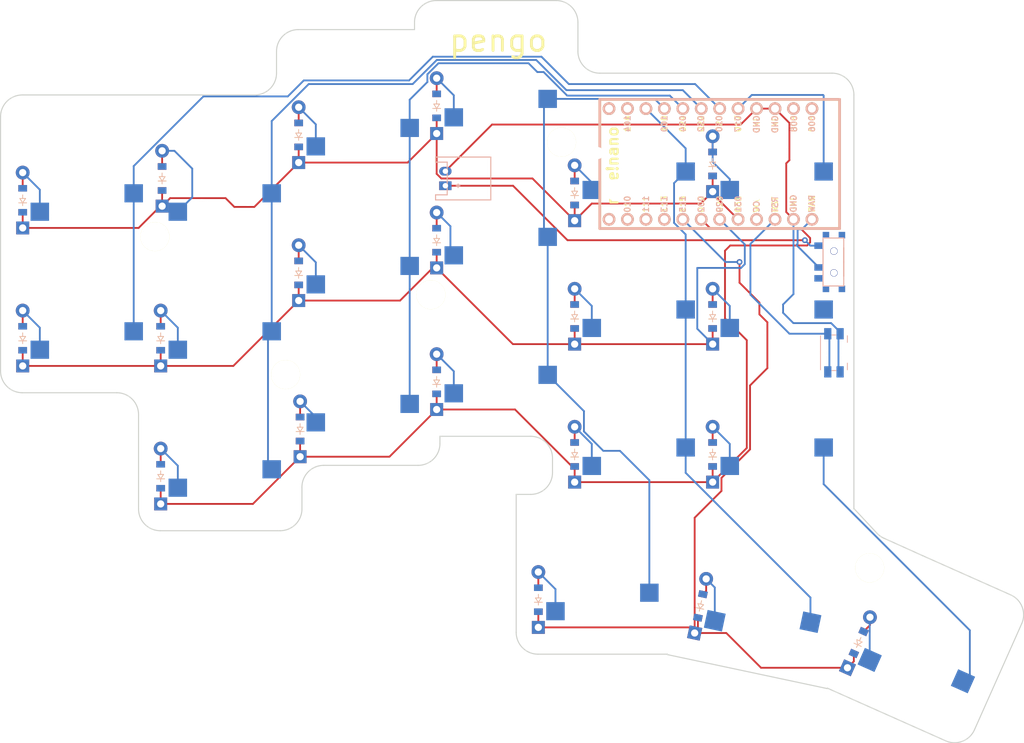
<source format=kicad_pcb>
(kicad_pcb (version 20240108) (generator "pcbnew") (generator_version "8.0")
  (title_block (title "left") (rev "v1.0.0") (company "Unknown"))
  (layers (0 "F.Cu" signal) (31 "B.Cu" signal) (34 "B.Paste" user) (35 "F.Paste" user) (36 "B.SilkS" user "B.Silkscreen") (37 "F.SilkS" user "F.Silkscreen") (38 "B.Mask" user) (39 "F.Mask" user) (44 "Edge.Cuts" user))
  (net 0 "")
  (net 1 "P020")
  (net 2 "outer_home")
  (net 3 "outer_top")
  (net 4 "P022")
  (net 5 "pinky_bottom")
  (net 6 "pinky_home")
  (net 7 "pinky_top")
  (net 8 "P024")
  (net 9 "ring_bottom")
  (net 10 "ring_home")
  (net 11 "ring_top")
  (net 12 "P100")
  (net 13 "middle_bottom")
  (net 14 "middle_home")
  (net 15 "middle_top")
  (net 16 "P011")
  (net 17 "index_bottom")
  (net 18 "index_home")
  (net 19 "index_top")
  (net 20 "P017")
  (net 21 "inner_bottom")
  (net 22 "inner_home")
  (net 23 "inner_top")
  (net 24 "near_thumb")
  (net 25 "home_thumb")
  (net 26 "far_thumb")
  (net 27 "RAW")
  (net 28 "GND")
  (net 29 "RST")
  (net 30 "VCC")
  (net 31 "P031")
  (net 32 "P029")
  (net 33 "P002")
  (net 34 "P115")
  (net 35 "P113")
  (net 36 "P111")
  (net 37 "P010")
  (net 38 "P009")
  (net 39 "P006")
  (net 40 "P008")
  (net 41 "P104")
  (net 42 "P106")
  (net 43 "pos")
  (footprint "E73:SPDT_C128955" (layer "F.Cu") (at 103.5 -26 -90)
    (property "Reference" "T1" (hide yes))
    (property "Value" "" (hide yes))
  )
  (footprint "HOLE_M2_TH" (layer "F.Cu") (at 28 -10.5)
    (property "Reference" "")
    (property "Value" "")
  )
  (footprint "MX" (layer "F.Cu") (at 19 0 180)
    (property "Reference" "S3" (hide yes))
    (property "Value" "" (hide yes))
  )
  (footprint "MX" (layer "F.Cu") (at 71 17 180)
    (property "Reference" "S18" (hide yes))
    (property "Value" "" (hide yes))
  )
  (footprint "MX" (layer "F.Cu") (at 38 -47 180)
    (property "Reference" "S8" (hide yes))
    (property "Value" "" (hide yes))
  )
  (footprint "nice_nano" (layer "F.Cu") (at 86.5 -39.5 180)
    (property "Reference" "MCU1" (hide yes))
    (property "Value" "nice_nano" (hide yes))
  )
  (footprint "ComboDiode" (layer "F.Cu") (at 86.8 -39.5 90)
    (property "Reference" "D20" (hide yes))
    (property "Value" "" (hide yes))
  )
  (footprint "HOLE_M2_TH" (layer "F.Cu") (at 108.420568 16.115865 -24)
    (property "Reference" "")
    (property "Value" "")
  )
  (footprint "ComboDiode" (layer "F.Cu") (at 67.8 -18.5 90)
    (property "Reference" "D10" (hide yes))
    (property "Value" "" (hide yes))
  )
  (footprint "MX" (layer "F.Cu") (at 38 -28 180)
    (property "Reference" "S7" (hide yes))
    (property "Value" "" (hide yes))
  )
  (footprint "MX" (layer "F.Cu") (at 0 -38 180)
    (property "Reference" "S2" (hide yes))
    (property "Value" "" (hide yes))
  )
  (footprint "ComboDiode" (layer "F.Cu") (at 85.115938 21.358275 78)
    (property "Reference" "D14" (hide yes))
    (property "Value" "" (hide yes))
  )
  (footprint "MX" (layer "F.Cu") (at 95 -22 180)
    (property "Reference" "S16" (hide yes))
    (property "Value" "" (hide yes))
  )
  (footprint "MX" (layer "F.Cu") (at 19 -19 180)
    (property "Reference" "S4" (hide yes))
    (property "Value" "" (hide yes))
  )
  (footprint "ComboDiode" (layer "F.Cu") (at 86.8 -18.5 90)
    (property "Reference" "D12" (hide yes))
    (property "Value" "" (hide yes))
  )
  (footprint "HOLE_M2_TH" (layer "F.Cu") (at 10 -29.5)
    (property "Reference" "")
    (property "Value" "")
  )
  (footprint "Panasonic_EVQPUL_EVQPUC" (layer "F.Cu") (at 103.5 -13.5 -90)
    (property "Reference" "B1" (hide yes))
    (property "Value" "Panasonic_EVQPUL_EVQPUC" (hide yes))
  )
  (footprint "ComboDiode" (layer "F.Cu") (at 10.8 -15.5 90)
    (property "Reference" "D4" (hide yes))
    (property "Value" "" (hide yes))
  )
  (footprint "ComboDiode" (layer "F.Cu") (at 106.911129 26.390182 66)
    (property "Reference" "D15" (hide yes))
    (property "Value" "" (hide yes))
  )
  (footprint "MX" (layer "F.Cu") (at 76 -3 180)
    (property "Reference" "S12" (hide yes))
    (property "Value" "" (hide yes))
  )
  (footprint "ComboDiode" (layer "F.Cu") (at 48.8 -9.5 90)
    (property "Reference" "D7" (hide yes))
    (property "Value" "" (hide yes))
  )
  (footprint "JST_PH_S2B-PH-K_02x2.00mm_Angled" (layer "F.Cu") (at 50 -37.5 90)
    (property "Reference" "JST1" (hide yes))
    (property "Value" "" (hide yes))
  )
  (footprint "ComboDiode" (layer "F.Cu") (at -8.2 -34.5 90)
    (property "Reference" "D2" (hide yes))
    (property "Value" "" (hide yes))
  )
  (footprint "ComboDiode" (layer "F.Cu") (at 48.8 -47.5 90)
    (property "Reference" "D8" (hide yes))
    (property "Value" "" (hide yes))
  )
  (footprint "ComboDiode" (layer "F.Cu") (at 30 -3 90)
    (property "Reference" "D17" (hide yes))
    (property "Value" "" (hide yes))
  )
  (footprint "MX" (layer "F.Cu") (at 115.82578 26.528014 156)
    (property "Reference" "S20" (hide yes))
    (property "Value" "" (hide yes))
  )
  (footprint "MX" (layer "F.Cu") (at 57 -51 180)
    (property "Reference" "S11" (hide yes))
    (property "Value" "" (hide yes))
  )
  (footprint "ComboDiode" (layer "F.Cu") (at 11 -37.5 90)
    (property "Reference" "D16" (hide yes))
    (property "Value" "" (hide yes))
  )
  (footprint "MX" (layer "F.Cu") (at 57 -32 180)
    (property "Reference" "S10" (hide yes))
    (property "Value" "" (hide yes))
  )
  (footprint "ComboDiode" (layer "F.Cu") (at 62.8 20.5 90)
    (property "Reference" "D13" (hide yes))
    (property "Value" "" (hide yes))
  )
  (footprint "HOLE_M2_TH" (layer "F.Cu") (at 66 -42.5)
    (property "Reference" "")
    (property "Value" "")
  )
  (footprint "ComboDiode" (layer "F.Cu") (at 29.8 -43.5 90)
    (property "Reference" "D6" (hide yes))
    (property "Value" "" (hide yes))
  )
  (footprint "MX" (layer "F.Cu") (at 95 -3 180)
    (property "Reference" "S15" (hide yes))
    (property "Value" "" (hide yes))
  )
  (footprint "ComboDiode" (layer "F.Cu") (at -8.2 -15.5 90)
    (property "Reference" "D1" (hide yes))
    (property "Value" "" (hide yes))
  )
  (footprint "MX" (layer "F.Cu") (at 38 -9 180)
    (property "Reference" "S6" (hide yes))
    (property "Value" "" (hide yes))
  )
  (footprint "MX" (layer "F.Cu") (at 76 -41 180)
    (property "Reference" "S14" (hide yes))
    (property "Value" "" (hide yes))
  )
  (footprint "ComboDiode" (layer "F.Cu") (at 67.8 0.5 90)
    (property "Reference" "D9" (hide yes))
    (property "Value" "" (hide yes))
  )
  (footprint "ComboDiode" (layer "F.Cu") (at 10.8 3.5 90)
    (property "Reference" "D3" (hide yes))
    (property "Value" "" (hide yes))
  )
  (footprint "MX" (layer "F.Cu") (at 95 -41 180)
    (property "Reference" "S17" (hide yes))
    (property "Value" "" (hide yes))
  )
  (footprint "MX" (layer "F.Cu") (at 93.86444 19.639634 168)
    (property "Reference" "S19" (hide yes))
    (property "Value" "" (hide yes))
  )
  (footprint "MX" (layer "F.Cu") (at 76 -22 180)
    (property "Reference" "S13" (hide yes))
    (property "Value" "" (hide yes))
  )
  (footprint "ComboDiode" (layer "F.Cu") (at 67.8 -35.5 90)
    (property "Reference" "D19" (hide yes))
    (property "Value" "" (hide yes))
  )
  (footprint "HOLE_M2_TH" (layer "F.Cu") (at 48 -21.5)
    (property "Reference" "")
    (property "Value" "")
  )
  (footprint "ComboDiode" (layer "F.Cu") (at 29.8 -24.5 90)
    (property "Reference" "D5" (hide yes))
    (property "Value" "" (hide yes))
  )
  (footprint "MX" (layer "F.Cu") (at 19 -38 180)
    (property "Reference" "S5" (hide yes))
    (property "Value" "" (hide yes))
  )
  (footprint "MX" (layer "F.Cu") (at 57 -13 180)
    (property "Reference" "S9" (hide yes))
    (property "Value" "" (hide yes))
  )
  (footprint "MX" (layer "F.Cu") (at 0 -19 180)
    (property "Reference" "S1" (hide yes))
    (property "Value" "" (hide yes))
  )
  (footprint "ComboDiode" (layer "F.Cu") (at 86.8 0.5 90)
    (property "Reference" "D11" (hide yes))
    (property "Value" "" (hide yes))
  )
  (footprint "ComboDiode" (layer "F.Cu") (at 48.8 -29 90)
    (property "Reference" "D18" (hide yes))
    (property "Value" "" (hide yes))
  )
  (gr_line (start 64.75 1) (end 64.75 3) (stroke (width 0.15)) (layer "Edge.Cuts"))
  (gr_arc (start 62.75 28) (mid 60.62868 27.12132) (end 59.75 25) (stroke (width 0.15)) (layer "Edge.Cuts"))
  (gr_arc (start 122.849273 38.412165) (mid 121.183741 39.992696) (end 118.888427 39.932591) (stroke (width 0.15)) (layer "Edge.Cuts"))
  (gr_line (start 10.75 11) (end 27.25 11) (stroke (width 0.15)) (layer "Edge.Cuts"))
  (gr_arc (start 26.75 -55) (mid 27.62868 -57.12132) (end 29.75 -58) (stroke (width 0.15)) (layer "Edge.Cuts"))
  (gr_line (start 106.25 7.986436) (end 106.25 -49) (stroke (width 0.15)) (layer "Edge.Cuts"))
  (gr_line (start 80.57325 28.060251) (end 102.581571 32.738264) (stroke (width 0.15)) (layer "Edge.Cuts"))
  (gr_line (start 7.75 -5) (end 7.75 8) (stroke (width 0.15)) (layer "Edge.Cuts"))
  (gr_arc (start 65.25 -62) (mid 67.37132 -61.12132) (end 68.25 -59) (stroke (width 0.15)) (layer "Edge.Cuts"))
  (gr_line (start 45.75 -58) (end 29.75 -58) (stroke (width 0.15)) (layer "Edge.Cuts"))
  (gr_line (start 59.75 6) (end 59.75 25) (stroke (width 0.15)) (layer "Edge.Cuts"))
  (gr_arc (start 64.75 3) (mid 63.87132 5.12132) (end 61.75 6) (stroke (width 0.15)) (layer "Edge.Cuts"))
  (gr_line (start 65.25 -62) (end 48.75 -62) (stroke (width 0.15)) (layer "Edge.Cuts"))
  (gr_line (start 49.25 -1) (end 49.25 -2) (stroke (width 0.15)) (layer "Edge.Cuts"))
  (gr_line (start -8.25 -49) (end 23.75 -49) (stroke (width 0.15)) (layer "Edge.Cuts"))
  (gr_arc (start 110.393035 12.037669) (mid 109.880181 11.742368) (end 109.435275 11.352138) (stroke (width 0.15)) (layer "Edge.Cuts"))
  (gr_line (start 49.25 -2) (end 61.75 -2) (stroke (width 0.15)) (layer "Edge.Cuts"))
  (gr_line (start -11.25 -11) (end -11.25 -46) (stroke (width 0.15)) (layer "Edge.Cuts"))
  (gr_arc (start -11.25 -46) (mid -10.37132 -48.12132) (end -8.25 -49) (stroke (width 0.15)) (layer "Edge.Cuts"))
  (gr_line (start 30.25 8) (end 30.25 5) (stroke (width 0.15)) (layer "Edge.Cuts"))
  (gr_arc (start 71.25 -52) (mid 69.12868 -52.87868) (end 68.25 -55) (stroke (width 0.15)) (layer "Edge.Cuts"))
  (gr_line (start 33.25 2) (end 46.25 2) (stroke (width 0.15)) (layer "Edge.Cuts"))
  (gr_line (start 102.581571 32.738264) (end 102.594378 32.678013) (stroke (width 0.15)) (layer "Edge.Cuts"))
  (gr_arc (start 61.75 -2) (mid 63.87132 -1.12132) (end 64.75 1) (stroke (width 0.15)) (layer "Edge.Cuts"))
  (gr_arc (start 103.25 -52) (mid 105.37132 -51.12132) (end 106.25 -49) (stroke (width 0.15)) (layer "Edge.Cuts"))
  (gr_arc (start 30.25 5) (mid 31.12868 2.87868) (end 33.25 2) (stroke (width 0.15)) (layer "Edge.Cuts"))
  (gr_arc (start 45.75 -59) (mid 46.62868 -61.12132) (end 48.75 -62) (stroke (width 0.15)) (layer "Edge.Cuts"))
  (gr_arc (start 30.25 8) (mid 29.37132 10.12132) (end 27.25 11) (stroke (width 0.15)) (layer "Edge.Cuts"))
  (gr_line (start 62.75 28) (end 80.586057 28) (stroke (width 0.15)) (layer "Edge.Cuts"))
  (gr_line (start 127.836633 19.834591) (end 115.738676 14.448234) (stroke (width 0.15)) (layer "Edge.Cuts"))
  (gr_arc (start 115.738676 14.448233) (mid 115.732154 14.44532) (end 115.725638 14.442391) (stroke (width 0.15)) (layer "Edge.Cuts"))
  (gr_arc (start 26.75 -52) (mid 25.87132 -49.87868) (end 23.75 -49) (stroke (width 0.15)) (layer "Edge.Cuts"))
  (gr_line (start 106.3 8) (end 109.435275 11.352138) (stroke (width 0.15)) (layer "Edge.Cuts"))
  (gr_line (start 106.25 7.986436) (end 106.3 8) (stroke (width 0.15)) (layer "Edge.Cuts"))
  (gr_line (start 71.25 -52) (end 103.25 -52) (stroke (width 0.15)) (layer "Edge.Cuts"))
  (gr_line (start 122.849274 38.412164) (end 129.35706 23.795437) (stroke (width 0.15)) (layer "Edge.Cuts"))
  (gr_line (start 61.75 6) (end 59.75 6) (stroke (width 0.15)) (layer "Edge.Cuts"))
  (gr_arc (start 49.25 -1) (mid 48.37132 1.12132) (end 46.25 2) (stroke (width 0.15)) (layer "Edge.Cuts"))
  (gr_line (start 26.75 -55) (end 26.75 -52) (stroke (width 0.15)) (layer "Edge.Cuts"))
  (gr_arc (start -8.25 -8) (mid -10.37132 -8.87868) (end -11.25 -11) (stroke (width 0.15)) (layer "Edge.Cuts"))
  (gr_line (start 45.75 -59) (end 45.75 -58) (stroke (width 0.15)) (layer "Edge.Cuts"))
  (gr_arc (start 4.75 -8) (mid 6.87132 -7.12132) (end 7.75 -5) (stroke (width 0.15)) (layer "Edge.Cuts"))
  (gr_line (start 102.594378 32.678013) (end 118.888427 39.932591) (stroke (width 0.15)) (layer "Edge.Cuts"))
  (gr_line (start 68.25 -55) (end 68.25 -59) (stroke (width 0.15)) (layer "Edge.Cuts"))
  (gr_line (start -8.25 -8) (end 4.75 -8) (stroke (width 0.15)) (layer "Edge.Cuts"))
  (gr_line (start 110.393036 12.037668) (end 115.725638 14.442391) (stroke (width 0.15)) (layer "Edge.Cuts"))
  (gr_arc (start 127.836633 19.83459) (mid 129.417165 21.500123) (end 129.35706 23.795437) (stroke (width 0.15)) (layer "Edge.Cuts"))
  (gr_arc (start 10.75 11) (mid 8.62868 10.12132) (end 7.75 8) (stroke (width 0.15)) (layer "Edge.Cuts"))
  (gr_line (start 80.586057 28) (end 80.57325 28.060251) (stroke (width 0.15)) (layer "Edge.Cuts"))
  (gr_text "pengo" (at 50.3 -56.5 0) (layer "F.SilkS") (effects (font (size 3 3) (thickness 0.4)) (justify left)))
  (segment (start 67 -50.5) (end 84.39 -50.5) (width 0.25) (layer "B.Cu") (net 1))
  (segment (start 16.683342 -48.8) (end 28.3 -48.8) (width 0.25) (layer "B.Cu") (net 1))
  (segment (start 30.5 -51) (end 45 -51) (width 0.25) (layer "B.Cu") (net 1))
  (segment (start 7.085 -35.46) (end 7.085 -39.201658) (width 0.25) (layer "B.Cu") (net 1))
  (segment (start 84.39 -50.5) (end 87.77 -47.12) (width 0.25) (layer "B.Cu") (net 1))
  (segment (start 48.2689 -54.2689) (end 63.2311 -54.2689) (width 0.25) (layer "B.Cu") (net 1))
  (segment (start 45 -51) (end 48.2689 -54.2689) (width 0.25) (layer "B.Cu") (net 1))
  (segment (start 7.085 -35.46) (end 7.085 -16.46) (width 0.25) (layer "B.Cu") (net 1))
  (segment (start 7.085 -39.201658) (end 16.683342 -48.8) (width 0.25) (layer "B.Cu") (net 1))
  (segment (start 28.3 -48.8) (end 30.5 -51) (width 0.25) (layer "B.Cu") (net 1))
  (segment (start 63.2311 -54.2689) (end 67 -50.5) (width 0.25) (layer "B.Cu") (net 1))
  (segment (start -8.2 -17.15) (end -8.2 -19.31) (width 0.25) (layer "F.Cu") (net 2))
  (segment (start -5.842 -16.952) (end -8.2 -19.31) (width 0.25) (layer "B.Cu") (net 2))
  (segment (start -5.842 -13.92) (end -5.842 -16.952) (width 0.25) (layer "B.Cu") (net 2))
  (segment (start -8.2 -38.31) (end -8.2 -36.15) (width 0.25) (layer "F.Cu") (net 3))
  (segment (start -5.842 -35.952) (end -8.2 -38.31) (width 0.25) (layer "B.Cu") (net 3))
  (segment (start -5.842 -32.92) (end -5.842 -35.952) (width 0.25) (layer "B.Cu") (net 3))
  (segment (start 48.8189 -53.8189) (end 62.502496 -53.8189) (width 0.25) (layer "B.Cu") (net 4))
  (segment (start 26.085 -16.46) (end 25.575 -15.95) (width 0.25) (layer "B.Cu") (net 4))
  (segment (start 82.689302 -49.660698) (end 85.23 -47.12) (width 0.25) (layer "B.Cu") (net 4))
  (segment (start 31.183342 -50.5) (end 45.5 -50.5) (width 0.25) (layer "B.Cu") (net 4))
  (segment (start 62.502496 -53.8189) (end 66.660698 -49.660698) (width 0.25) (layer "B.Cu") (net 4))
  (segment (start 26.085 -35.46) (end 26.085 -16.46) (width 0.25) (layer "B.Cu") (net 4))
  (segment (start 26.085 -35.46) (end 26.085 -45.401658) (width 0.25) (layer "B.Cu") (net 4))
  (segment (start 25.575 -15.95) (end 25.575 2.03) (width 0.25) (layer "B.Cu") (net 4))
  (segment (start 26.085 -45.401658) (end 31.183342 -50.5) (width 0.25) (layer "B.Cu") (net 4))
  (segment (start 25.575 2.03) (end 26.085 2.54) (width 0.25) (layer "B.Cu") (net 4))
  (segment (start 45.5 -50.5) (end 48.8189 -53.8189) (width 0.25) (layer "B.Cu") (net 4))
  (segment (start 66.660698 -49.660698) (end 82.689302 -49.660698) (width 0.25) (layer "B.Cu") (net 4))
  (segment (start 10.8 -0.31) (end 10.8 1.85) (width 0.25) (layer "F.Cu") (net 5))
  (segment (start 13.158 2.048) (end 10.8 -0.31) (width 0.25) (layer "B.Cu") (net 5))
  (segment (start 13.158 5.08) (end 13.158 2.048) (width 0.25) (layer "B.Cu") (net 5))
  (segment (start 10.85 -17.15) (end 11 -17) (width 0.25) (layer "F.Cu") (net 6))
  (segment (start 10.8 -17.15) (end 10.8 -19.31) (width 0.25) (layer "F.Cu") (net 6))
  (segment (start 13.158 -16.952) (end 10.8 -19.31) (width 0.25) (layer "B.Cu") (net 6))
  (segment (start 13.158 -13.92) (end 13.158 -16.952) (width 0.25) (layer "B.Cu") (net 6))
  (segment (start 11 -41.31) (end 11 -39.15) (width 0.25) (layer "F.Cu") (net 7))
  (segment (start 15.1459 -38.8541) (end 12.69 -41.31) (width 0.25) (layer "B.Cu") (net 7))
  (segment (start 12.69 -41.31) (end 11 -41.31) (width 0.25) (layer "B.Cu") (net 7))
  (segment (start 15.1459 -34.9079) (end 15.1459 -38.8541) (width 0.25) (layer "B.Cu") (net 7))
  (segment (start 13.158 -32.92) (end 15.1459 -34.9079) (width 0.25) (layer "B.Cu") (net 7))
  (segment (start 45.085 -44.46) (end 45.085 -25.46) (width 0.25) (layer "B.Cu") (net 8))
  (segment (start 63.528158 -52.156842) (end 66.775 -48.91) (width 0.25) (layer "B.Cu") (net 8))
  (segment (start 61.444784 -53.3689) (end 62.656842 -52.156842) (width 0.25) (layer "B.Cu") (net 8))
  (segment (start 62.656842 -52.156842) (end 63.528158 -52.156842) (width 0.25) (layer "B.Cu") (net 8))
  (segment (start 45.085 -48.343342) (end 47.5225 -50.780842) (width 0.25) (layer "B.Cu") (net 8))
  (segment (start 47.5225 -50.780842) (end 47.5225 -51.839158) (width 0.25) (layer "B.Cu") (net 8))
  (segment (start 49.052242 -53.3689) (end 61.444784 -53.3689) (width 0.25) (layer "B.Cu") (net 8))
  (segment (start 45.085 -6.46) (end 45.085 -25.46) (width 0.25) (layer "B.Cu") (net 8))
  (segment (start 45.085 -44.46) (end 45.085 -48.343342) (width 0.25) (layer "B.Cu") (net 8))
  (segment (start 47.5225 -51.839158) (end 49.052242 -53.3689) (width 0.25) (layer "B.Cu") (net 8))
  (segment (start 66.775 -48.91) (end 80.9 -48.91) (width 0.25) (layer "B.Cu") (net 8))
  (segment (start 80.9 -48.91) (end 82.69 -47.12) (width 0.25) (layer "B.Cu") (net 8))
  (segment (start 30 -6.81) (end 30 -4.65) (width 0.25) (layer "F.Cu") (net 9))
  (segment (start 32.158 -4.652) (end 30 -6.81) (width 0.25) (layer "B.Cu") (net 9))
  (segment (start 32.158 -3.92) (end 32.158 -4.652) (width 0.25) (layer "B.Cu") (net 9))
  (segment (start 29.8 -28.31) (end 29.8 -26.15) (width 0.25) (layer "F.Cu") (net 10))
  (segment (start 32.158 -22.92) (end 32.158 -25.952) (width 0.25) (layer "B.Cu") (net 10))
  (segment (start 32.158 -25.952) (end 29.8 -28.31) (width 0.25) (layer "B.Cu") (net 10))
  (segment (start 29.8 -47.31) (end 29.8 -45.15) (width 0.25) (layer "F.Cu") (net 11))
  (segment (start 32.158 -41.92) (end 32.158 -44.952) (width 0.25) (layer "B.Cu") (net 11))
  (segment (start 32.158 -44.952) (end 29.8 -47.31) (width 0.25) (layer "B.Cu") (net 11))
  (segment (start 78.085 19.54) (end 78.085 4.05335) (width 0.25) (layer "B.Cu") (net 12))
  (segment (start 69.0775 -2.668896) (end 69.0775 -5.4675) (width 0.25) (layer "B.Cu") (net 12))
  (segment (start 64.085 -48.46) (end 78.81 -48.46) (width 0.25) (layer "B.Cu") (net 12))
  (segment (start 64.085 -10.46) (end 64.085 -29.46) (width 0.25) (layer "B.Cu") (net 12))
  (segment (start 74.03165 0) (end 71.746396 0) (width 0.25) (layer "B.Cu") (net 12))
  (segment (start 63.575 -29.97) (end 64.085 -29.46) (width 0.25) (layer "B.Cu") (net 12))
  (segment (start 69.0775 -5.4675) (end 64.085 -10.46) (width 0.25) (layer "B.Cu") (net 12))
  (segment (start 63.575 -47.95) (end 63.575 -29.97) (width 0.25) (layer "B.Cu") (net 12))
  (segment (start 78.81 -48.46) (end 80.15 -47.12) (width 0.25) (layer "B.Cu") (net 12))
  (segment (start 64.085 -48.46) (end 63.575 -47.95) (width 0.25) (layer "B.Cu") (net 12))
  (segment (start 71.746396 0) (end 69.0775 -2.668896) (width 0.25) (layer "B.Cu") (net 12))
  (segment (start 78.085 4.05335) (end 74.03165 0) (width 0.25) (layer "B.Cu") (net 12))
  (segment (start 48.8 -13.31) (end 48.8 -11.15) (width 0.25) (layer "F.Cu") (net 13))
  (segment (start 51.158 -10.952) (end 48.8 -13.31) (width 0.25) (layer "B.Cu") (net 13))
  (segment (start 51.158 -7.92) (end 51.158 -10.952) (width 0.25) (layer "B.Cu") (net 13))
  (segment (start 48.8 -32.81) (end 48.8 -30.65) (width 0.25) (layer "F.Cu") (net 14))
  (segment (start 50.6941 -30.9159) (end 48.8 -32.81) (width 0.25) (layer "B.Cu") (net 14))
  (segment (start 50.6941 -27.3839) (end 50.6941 -30.9159) (width 0.25) (layer "B.Cu") (net 14))
  (segment (start 51.158 -26.92) (end 50.6941 -27.3839) (width 0.25) (layer "B.Cu") (net 14))
  (segment (start 48.8 -51.31) (end 48.8 -49.15) (width 0.25) (layer "F.Cu") (net 15))
  (segment (start 51.158 -45.92) (end 51.158 -48.952) (width 0.25) (layer "B.Cu") (net 15))
  (segment (start 51.158 -48.952) (end 48.8 -51.31) (width 0.25) (layer "B.Cu") (net 15))
  (segment (start 83.085 -38.46) (end 83.085 -41.645) (width 0.25) (layer "B.Cu") (net 16))
  (segment (start 81.4887 -31.382405) (end 81.4887 -36.8637) (width 0.25) (layer "B.Cu") (net 16))
  (segment (start 83.085 -0.46) (end 83.085 -19.46) (width 0.25) (layer "B.Cu") (net 16))
  (segment (start 83.085 3.023) (end 100.26652 20.20452) (width 0.25) (layer "B.Cu") (net 16))
  (segment (start 100.26652 20.20452) (end 100.26652 23.597183) (width 0.25) (layer "B.Cu") (net 16))
  (segment (start 83.085 -0.46) (end 83.085 3.023) (width 0.25) (layer "B.Cu") (net 16))
  (segment (start 83.085 -19.46) (end 83.085 -29.786105) (width 0.25) (layer "B.Cu") (net 16))
  (segment (start 83.085 -29.786105) (end 81.4887 -31.382405) (width 0.25) (layer "B.Cu") (net 16))
  (segment (start 83.085 -41.645) (end 77.61 -47.12) (width 0.25) (layer "B.Cu") (net 16))
  (segment (start 81.4887 -36.8637) (end 83.085 -38.46) (width 0.25) (layer "B.Cu") (net 16))
  (segment (start 67.8 -3.31) (end 67.8 -1.15) (width 0.25) (layer "F.Cu") (net 17))
  (segment (start 70.158 2.08) (end 70.158 -0.952) (width 0.25) (layer "B.Cu") (net 17))
  (segment (start 70.158 -0.952) (end 67.8 -3.31) (width 0.25) (layer "B.Cu") (net 17))
  (segment (start 67.8 -22.31) (end 67.8 -20.15) (width 0.25) (layer "F.Cu") (net 18))
  (segment (start 70.158 -19.952) (end 67.8 -22.31) (width 0.25) (layer "B.Cu") (net 18))
  (segment (start 70.158 -16.92) (end 70.158 -19.952) (width 0.25) (layer "B.Cu") (net 18))
  (segment (start 67.8 -39.31) (end 67.8 -37.15) (width 0.25) (layer "F.Cu") (net 19))
  (segment (start 70.158 -35.92) (end 70.158 -36.952) (width 0.25) (layer "B.Cu") (net 19))
  (segment (start 70.158 -36.952) (end 67.8 -39.31) (width 0.25) (layer "B.Cu") (net 19))
  (segment (start 102.085 4.585) (end 102.085 -0.46) (width 0.25) (layer "B.Cu") (net 20))
  (segment (start 92.19 -49) (end 90.31 -47.12) (width 0.25) (layer "B.Cu") (net 20))
  (segment (start 102.085 -48.915) (end 102 -49) (width 0.25) (layer "B.Cu") (net 20))
  (segment (start 102.085 -38.46) (end 102.085 -48.915) (width 0.25) (layer "B.Cu") (net 20))
  (segment (start 121.265138 31.730149) (end 122.211905 30.783382) (width 0.25) (layer "B.Cu") (net 20))
  (segment (start 102 -49) (end 92.19 -49) (width 0.25) (layer "B.Cu") (net 20))
  (segment (start 122.211905 30.783382) (end 122.211905 24.711905) (width 0.25) (layer "B.Cu") (net 20))
  (segment (start 122.211905 24.711905) (end 102.085 4.585) (width 0.25) (layer "B.Cu") (net 20))
  (segment (start 86.8 -3.31) (end 86.8 -1.15) (width 0.25) (layer "F.Cu") (net 21))
  (segment (start 89.158 -0.952) (end 86.8 -3.31) (width 0.25) (layer "B.Cu") (net 21))
  (segment (start 89.158 2.08) (end 89.158 -0.952) (width 0.25) (layer "B.Cu") (net 21))
  (segment (start 86.8 -22.31) (end 86.8 -20.15) (width 0.25) (layer "F.Cu") (net 22))
  (segment (start 89.158 -19.952) (end 86.8 -22.31) (width 0.25) (layer "B.Cu") (net 22))
  (segment (start 89.158 -16.92) (end 89.158 -19.952) (width 0.25) (layer "B.Cu") (net 22))
  (segment (start 86.8 -43.31) (end 86.8 -41.15) (width 0.25) (layer "F.Cu") (net 23))
  (segment (start 89.158 -37.42) (end 86.8 -39.778) (width 0.25) (layer "B.Cu") (net 23))
  (segment (start 89.158 -35.92) (end 89.158 -37.42) (width 0.25) (layer "B.Cu") (net 23))
  (segment (start 86.8 -39.778) (end 86.8 -43.31) (width 0.25) (layer "B.Cu") (net 23))
  (segment (start 62.8 16.69) (end 62.8 18.85) (width 0.25) (layer "F.Cu") (net 24))
  (segment (start 65.158 19.048) (end 62.8 16.69) (width 0.25) (layer "B.Cu") (net 24))
  (segment (start 65.158 22.08) (end 65.158 19.048) (width 0.25) (layer "B.Cu") (net 24))
  (segment (start 85.908082 17.631533) (end 85.908082 19.295241) (width 0.25) (layer "F.Cu") (net 25))
  (segment (start 85.908082 19.295241) (end 85.458992 19.744331) (width 0.25) (layer "F.Cu") (net 25))
  (segment (start 87.09391 18.817361) (end 85.908082 17.631533) (width 0.25) (layer "B.Cu") (net 25))
  (segment (start 87.09391 23.394004) (end 87.09391 18.817361) (width 0.25) (layer "B.Cu") (net 25))
  (segment (start 108.460796 22.909574) (end 108.460796 24.00428) (width 0.25) (layer "F.Cu") (net 26))
  (segment (start 108.460796 24.00428) (end 107.582244 24.882832) (width 0.25) (layer "F.Cu") (net 26))
  (segment (start 108.422625 22.947745) (end 108.460796 22.909574) (width 0.25) (layer "B.Cu") (net 26))
  (segment (start 108.422625 28.792669) (end 108.422625 22.947745) (width 0.25) (layer "B.Cu") (net 26))
  (segment (start 99.09 -30.5) (end 100.47 -31.88) (width 0.25) (layer "B.Cu") (net 27))
  (segment (start 98.38 -28.295) (end 98.38 -28.38) (width 0.25) (layer "B.Cu") (net 27))
  (segment (start 101.425 -25.25) (end 98.38 -28.295) (width 0.25) (layer "B.Cu") (net 27))
  (segment (start 98.5 -30.5) (end 99.09 -30.5) (width 0.25) (layer "B.Cu") (net 27))
  (segment (start 98.38 -28.38) (end 98.5 -28.5) (width 0.25) (layer "B.Cu") (net 27))
  (segment (start 98.5 -28.5) (end 98.5 -30.5) (width 0.25) (layer "B.Cu") (net 27))
  (segment (start 95.39 -47.12) (end 92.85 -47.12) (width 0.25) (layer "F.Cu") (net 28))
  (segment (start 97.93 -31.88) (end 96.935 -32.875) (width 0.25) (layer "F.Cu") (net 28))
  (segment (start 96.935 -32.875) (end 96.935 -39.584869) (width 0.25) (layer "F.Cu") (net 28))
  (segment (start 56.425 -44.925) (end 90.655 -44.925) (width 0.25) (layer "F.Cu") (net 28))
  (segment (start 50 -38.5) (end 56.425 -44.925) (width 0.25) (layer "F.Cu") (net 28))
  (segment (start 97.3689 -45.1411) (end 95.39 -47.12) (width 0.25) (layer "F.Cu") (net 28))
  (segment (start 97.3689 -40.018769) (end 97.3689 -45.1411) (width 0.25) (layer "F.Cu") (net 28))
  (segment (start 90.655 -44.925) (end 92.85 -47.12) (width 0.25) (layer "F.Cu") (net 28))
  (segment (start 96.935 -39.584869) (end 97.3689 -40.018769) (width 0.25) (layer "F.Cu") (net 28))
  (segment (start 96.5 -19) (end 96.5 -20.149869) (width 0.25) (layer "B.Cu") (net 28))
  (segment (start 97.915 -17.585) (end 96.5 -19) (width 0.25) (layer "B.Cu") (net 28))
  (segment (start 104.125 -11.1) (end 104.35 -10.875) (width 0.25) (layer "B.Cu") (net 28))
  (segment (start 104.35 -16.125) (end 104.125 -15.9) (width 0.25) (layer "B.Cu") (net 28))
  (segment (start 97.93 -21.579869) (end 97.93 -31.88) (width 0.25) (layer "B.Cu") (net 28))
  (segment (start 103.115 -17.585) (end 97.915 -17.585) (width 0.25) (layer "B.Cu") (net 28))
  (segment (start 104.35 -16.35) (end 103.115 -17.585) (width 0.25) (layer "B.Cu") (net 28))
  (segment (start 104.35 -16.125) (end 104.35 -16.35) (width 0.25) (layer "B.Cu") (net 28))
  (segment (start 96.5 -20.149869) (end 97.93 -21.579869) (width 0.25) (layer "B.Cu") (net 28))
  (segment (start 104.125 -15.9) (end 104.125 -11.1) (width 0.25) (layer "B.Cu") (net 28))
  (segment (start 102.65 -10.875) (end 102.875 -11.1) (width 0.25) (layer "B.Cu") (net 29))
  (segment (start 102.875 -15.9) (end 102.65 -16.125) (width 0.25) (layer "B.Cu") (net 29))
  (segment (start 102.875 -11.1) (end 102.875 -15.9) (width 0.25) (layer "B.Cu") (net 29))
  (segment (start 97.375 -16.125) (end 92 -21.5) (width 0.25) (layer "B.Cu") (net 29))
  (segment (start 92 -21.5) (end 92 -28.49) (width 0.25) (layer "B.Cu") (net 29))
  (segment (start 102.65 -16.125) (end 97.375 -16.125) (width 0.25) (layer "B.Cu") (net 29))
  (segment (start 92 -28.49) (end 95.39 -31.88) (width 0.25) (layer "B.Cu") (net 29))
  (segment (start 86.8 -35.69) (end 86.8 -35.39) (width 0.25) (layer "F.Cu") (net 31))
  (segment (start 48.8 -38.141852) (end 49.441852 -37.5) (width 0.25) (layer "F.Cu") (net 31))
  (segment (start 29.8 -41.85) (end 29.8 -39.69) (width 0.25) (layer "F.Cu") (net 31))
  (segment (start 11 -33.69) (end 12.105 -34.795) (width 0.25) (layer "F.Cu") (net 31))
  (segment (start 67.8 -33.85) (end 67.8 -31.69) (width 0.25) (layer "F.Cu") (net 31))
  (segment (start 23.695 -33.585) (end 29.8 -39.69) (width 0.25) (layer "F.Cu") (net 31))
  (segment (start 44.8 -39.69) (end 48.8 -43.69) (width 0.25) (layer "F.Cu") (net 31))
  (segment (start 7.760532 -30.69) (end 10.760532 -33.69) (width 0.25) (layer "F.Cu") (net 31))
  (segment (start 12.105 -34.795) (end 19.73 -34.795) (width 0.25) (layer "F.Cu") (net 31))
  (segment (start 29.8 -39.69) (end 44.8 -39.69) (width 0.25) (layer "F.Cu") (net 31))
  (segment (start 11 -33.69) (end 11 -35.85) (width 0.25) (layer "F.Cu") (net 31))
  (segment (start -8.2 -30.69) (end 7.760532 -30.69) (width 0.25) (layer "F.Cu") (net 31))
  (segment (start 61.99 -37.5) (end 67.8 -31.69) (width 0.25) (layer "F.Cu") (net 31))
  (segment (start -8.2 -32.85) (end -8.2 -30.69) (width 0.25) (layer "F.Cu") (net 31))
  (segment (start 86.8 -37.85) (end 86.8 -35.69) (width 0.25) (layer "F.Cu") (net 31))
  (segment (start 49.441852 -37.5) (end 61.99 -37.5) (width 0.25) (layer "F.Cu") (net 31))
  (segment (start 19.73 -34.795) (end 20.94 -33.585) (width 0.25) (layer "F.Cu") (net 31))
  (segment (start 70.155 -34.045) (end 67.8 -31.69) (width 0.25) (layer "F.Cu") (net 31))
  (segment (start 86.8 -35.39) (end 90.31 -31.88) (width 0.25) (layer "F.Cu") (net 31))
  (segment (start 10.760532 -33.69) (end 11 -33.69) (width 0.25) (layer "F.Cu") (net 31))
  (segment (start 86.8 -35.69) (end 85.155 -34.045) (width 0.25) (layer "F.Cu") (net 31))
  (segment (start 48.8 -45.85) (end 48.8 -43.69) (width 0.25) (layer "F.Cu") (net 31))
  (segment (start 48.8 -43.69) (end 48.8 -38.141852) (width 0.25) (layer "F.Cu") (net 31))
  (segment (start 20.94 -33.585) (end 23.695 -33.585) (width 0.25) (layer "F.Cu") (net 31))
  (segment (start 85.155 -34.045) (end 70.155 -34.045) (width 0.25) (layer "F.Cu") (net 31))
  (segment (start 86.8 -16.85) (end 86.8 -14.69) (width 0.25) (layer "F.Cu") (net 32))
  (segment (start 29.8 -20.69) (end 43.760532 -20.69) (width 0.25) (layer "F.Cu") (net 32))
  (segment (start 48.8 -25.19) (end 59.3 -14.69) (width 0.25) (layer "F.Cu") (net 32))
  (segment (start 29.8 -22.85) (end 29.8 -20.69) (width 0.25) (layer "F.Cu") (net 32))
  (segment (start 48.8 -27.35) (end 48.8 -25.19) (width 0.25) (layer "F.Cu") (net 32))
  (segment (start 59.3 -14.69) (end 67.8 -14.69) (width 0.25) (layer "F.Cu") (net 32))
  (segment (start 20.8 -11.69) (end 29.8 -20.69) (width 0.25) (layer "F.Cu") (net 32))
  (segment (start 10.8 -11.69) (end 20.8 -11.69) (width 0.25) (layer "F.Cu") (net 32))
  (segment (start 48.260532 -25.19) (end 48.8 -25.19) (width 0.25) (layer "F.Cu") (net 32))
  (segment (start -8.2 -13.85) (end -8.2 -11.69) (width 0.25) (layer "F.Cu") (net 32))
  (segment (start -8.2 -11.69) (end 10.8 -11.69) (width 0.25) (layer "F.Cu") (net 32))
  (segment (start 67.8 -16.85) (end 67.8 -14.69) (width 0.25) (layer "F.Cu") (net 32))
  (segment (start 67.8 -14.69) (end 86.8 -14.69) (width 0.25) (layer "F.Cu") (net 32))
  (segment (start 43.760532 -20.69) (end 48.260532 -25.19) (width 0.25) (layer "F.Cu") (net 32))
  (segment (start 10.8 -13.85) (end 10.8 -11.69) (width 0.25) (layer "F.Cu") (net 32))
  (segment (start 86.8 -14.69) (end 84.685 -16.805) (width 0.25) (layer "B.Cu") (net 32))
  (segment (start 91.225 -25.699695) (end 91.225 -28.425) (width 0.25) (layer "B.Cu") (net 32))
  (segment (start 91.225 -28.425) (end 87.77 -31.88) (width 0.25) (layer "B.Cu") (net 32))
  (segment (start 84.685 -16.805) (end 84.685 -25.185) (width 0.25) (layer "B.Cu") (net 32))
  (segment (start 90.710305 -25.185) (end 91.225 -25.699695) (width 0.25) (layer "B.Cu") (net 32))
  (segment (start 84.685 -25.185) (end 90.710305 -25.185) (width 0.25) (layer "B.Cu") (net 32))
  (segment (start 100.225 -28.699695) (end 100.225 -29.300305) (width 0.25) (layer "F.Cu") (net 33))
  (segment (start 30 0.81) (end 42.3 0.81) (width 0.25) (layer "F.Cu") (net 33))
  (segment (start 91.5 -15.22835) (end 88.5 -18.22835) (width 0.25) (layer "F.Cu") (net 33))
  (segment (start 100.225 -29.300305) (end 98.846605 -30.6787) (width 0.25) (layer "F.Cu") (net 33))
  (segment (start 67.8 4.31) (end 86.8 4.31) (width 0.25) (layer "F.Cu") (net 33))
  (segment (start 30 -1.35) (end 30 0.81) (width 0.25) (layer "F.Cu") (net 33))
  (segment (start 86.4313 -30.6787) (end 85.23 -31.88) (width 0.25) (layer "F.Cu") (net 33))
  (segment (start 59.589218 -5.69) (end 48.8 -5.69) (width 0.25) (layer "F.Cu") (net 33))
  (segment (start 91.5 -0.39) (end 91.5 -15.22835) (width 0.25) (layer "F.Cu") (net 33))
  (segment (start 88.5 -27.55) (end 89.225 -28.275) (width 0.25) (layer "F.Cu") (net 33))
  (segment (start 86.8 2.15) (end 86.8 4.31) (width 0.25) (layer "F.Cu") (net 33))
  (segment (start 42.3 0.81) (end 48.8 -5.69) (width 0.25) (layer "F.Cu") (net 33))
  (segment (start 67.8 4.31) (end 67.8 2.520782) (width 0.25) (layer "F.Cu") (net 33))
  (segment (start 23.5 7.31) (end 30 0.81) (width 0.25) (layer "F.Cu") (net 33))
  (segment (start 89.225 -28.275) (end 99.800305 -28.275) (width 0.25) (layer "F.Cu") (net 33))
  (segment (start 10.8 5.15) (end 10.8 7.31) (width 0.25) (layer "F.Cu") (net 33))
  (segment (start 10.8 7.31) (end 23.5 7.31) (width 0.25) (layer "F.Cu") (net 33))
  (segment (start 67.8 2.520782) (end 59.589218 -5.69) (width 0.25) (layer "F.Cu") (net 33))
  (segment (start 48.8 -7.85) (end 48.8 -5.69) (width 0.25) (layer "F.Cu") (net 33))
  (segment (start 88.5 -18.22835) (end 88.5 -27.55) (width 0.25) (layer "F.Cu") (net 33))
  (segment (start 86.8 4.31) (end 91.5 -0.39) (width 0.25) (layer "F.Cu") (net 33))
  (segment (start 98.846605 -30.6787) (end 86.4313 -30.6787) (width 0.25) (layer "F.Cu") (net 33))
  (segment (start 99.800305 -28.275) (end 100.225 -28.699695) (width 0.25) (layer "F.Cu") (net 33))
  (segment (start 62.8 24.31) (end 83.548777 24.31) (width 0.25) (layer "F.Cu") (net 34))
  (segment (start 106.240014 28.992238) (end 105.361462 29.87079) (width 0.25) (layer "F.Cu") (net 34))
  (segment (start 84.323794 25.085017) (end 84.323794 9.214206) (width 0.25) (layer "F.Cu") (net 34))
  (segment (start 93.462366 29.87079) (end 105.361462 29.87079) (width 0.25) (layer "F.Cu") (net 34))
  (segment (start 90.5 -23.153684) (end 90.5 -26) (width 0.25) (layer "F.Cu") (net 34))
  (segment (start 88.014 3.732396) (end 91.95 -0.203604) (width 0.25) (layer "F.Cu") (net 34))
  (segment (start 94.335 -17.69665) (end 93.23665 -18.795) (width 0.25) (layer "F.Cu") (net 34))
  (segment (start 84.772884 24.635927) (end 84.323794 25.085017) (width 0.25) (layer "F.Cu") (net 34))
  (segment (start 83.548777 24.31) (end 84.323794 25.085017) (width 0.25) (layer "F.Cu") (net 34))
  (segment (start 62.8 22.15) (end 62.8 24.31) (width 0.25) (layer "F.Cu") (net 34))
  (segment (start 88.676593 25.085017) (end 93.462366 29.87079) (width 0.25) (layer "F.Cu") (net 34))
  (segment (start 84.323794 25.085017) (end 88.676593 25.085017) (width 0.25) (layer "F.Cu") (net 34))
  (segment (start 106.240014 27.897532) (end 106.240014 28.992238) (width 0.25) (layer "F.Cu") (net 34))
  (segment (start 94.335 -11.385) (end 94.335 -17.69665) (width 0.25) (layer "F.Cu") (net 34))
  (segment (start 91.95 -0.203604) (end 91.95 -9) (width 0.25) (layer "F.Cu") (net 34))
  (segment (start 93.23665 -18.795) (end 93.23665 -20.417034) (width 0.25) (layer "F.Cu") (net 34))
  (segment (start 88.014 5.524) (end 88.014 3.732396) (width 0.25) (layer "F.Cu") (net 34))
  (segment (start 91.95 -9) (end 94.335 -11.385) (width 0.25) (layer "F.Cu") (net 34))
  (segment (start 84.323794 9.214206) (end 88.014 5.524) (width 0.25) (layer "F.Cu") (net 34))
  (segment (start 93.23665 -20.417034) (end 90.5 -23.153684) (width 0.25) (layer "F.Cu") (net 34))
  (segment (start 84.772884 22.972219) (end 84.772884 24.635927) (width 0.25) (layer "F.Cu") (net 34))
  (via (at 90.5 -26) (size 0.8) (drill 0.4) (layers "F.Cu" "B.Cu") (net 34))
  (segment (start 88.57 -26) (end 82.69 -31.88) (width 0.25) (layer "B.Cu") (net 34))
  (segment (start 90.5 -26) (end 88.57 -26) (width 0.25) (layer "B.Cu") (net 34))
  (segment (start 59.313684 -36.5) (end 50 -36.5) (width 0.25) (layer "F.Cu") (net 43))
  (segment (start 66.813684 -29) (end 59.313684 -36.5) (width 0.25) (layer "F.Cu") (net 43))
  (segment (start 99.5 -29) (end 66.813684 -29) (width 0.25) (layer "F.Cu") (net 43))
  (via (at 99.5 -29) (size 0.8) (drill 0.4) (layers "F.Cu" "B.Cu") (net 43))
  (segment (start 101.425 -28.25) (end 100.25 -28.25) (width 0.25) (layer "B.Cu") (net 43))
  (segment (start 100.25 -28.25) (end 99.5 -29) (width 0.25) (layer "B.Cu") (net 43))
)
</source>
